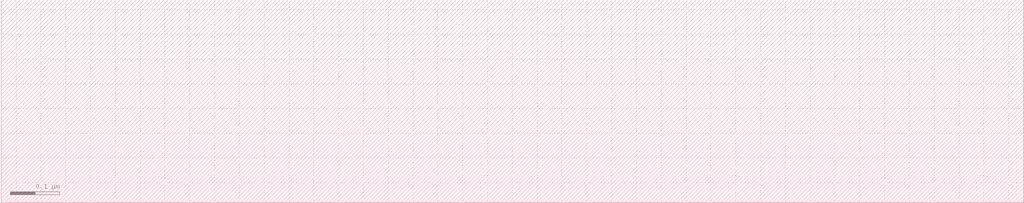
<source format=lef>
# Copyright 2020 The SkyWater PDK Authors
#
# Licensed under the Apache License, Version 2.0 (the "License");
# you may not use this file except in compliance with the License.
# You may obtain a copy of the License at
#
#     https://www.apache.org/licenses/LICENSE-2.0
#
# Unless required by applicable law or agreed to in writing, software
# distributed under the License is distributed on an "AS IS" BASIS,
# WITHOUT WARRANTIES OR CONDITIONS OF ANY KIND, either express or implied.
# See the License for the specific language governing permissions and
# limitations under the License.
#
# SPDX-License-Identifier: Apache-2.0

VERSION 5.7 ;
  NOWIREEXTENSIONATPIN ON ;
  DIVIDERCHAR "/" ;
  BUSBITCHARS "[]" ;
MACRO sky130_fd_bd_sram__sram_dp_cell_opt1a_poly_siz
  CLASS BLOCK ;
  FOREIGN sky130_fd_bd_sram__sram_dp_cell_opt1a_poly_siz ;
  ORIGIN -0.170000 -0.660000 ;
  SIZE  2.060000 BY  0.410000 ;
END sky130_fd_bd_sram__sram_dp_cell_opt1a_poly_siz
END LIBRARY

</source>
